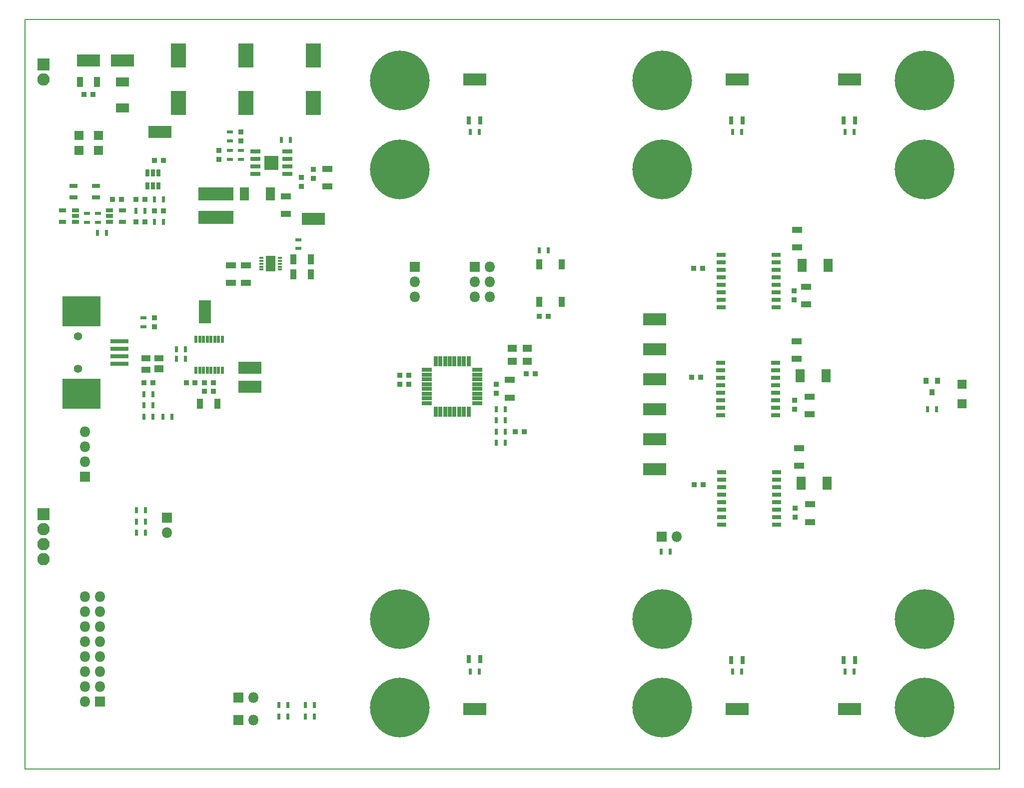
<source format=gbr>
G04 #@! TF.FileFunction,Soldermask,Top*
%FSLAX46Y46*%
G04 Gerber Fmt 4.6, Leading zero omitted, Abs format (unit mm)*
G04 Created by KiCad (PCBNEW 4.0.6) date 05/15/17 10:50:15*
%MOMM*%
%LPD*%
G01*
G04 APERTURE LIST*
%ADD10C,0.100000*%
%ADD11C,0.150000*%
%ADD12R,0.601600X1.001600*%
%ADD13R,1.801600X1.801600*%
%ADD14O,1.801600X1.801600*%
%ADD15R,3.901600X2.101600*%
%ADD16R,2.101600X3.901600*%
%ADD17R,1.601600X0.701600*%
%ADD18R,1.501140X2.301240*%
%ADD19R,2.301240X1.501140*%
%ADD20R,6.501600X5.101600*%
%ADD21C,1.401600*%
%ADD22R,3.101600X0.801600*%
%ADD23R,0.901600X0.851600*%
%ADD24R,0.851600X0.901600*%
%ADD25R,2.601600X4.101600*%
%ADD26R,1.701600X1.101600*%
%ADD27R,1.101600X1.701600*%
%ADD28R,1.001600X0.601600*%
%ADD29R,1.401600X0.801600*%
%ADD30R,0.801600X1.401600*%
%ADD31R,1.001600X1.801600*%
%ADD32R,1.101600X1.801600*%
%ADD33R,1.501600X1.101600*%
%ADD34R,1.501600X1.301600*%
%ADD35R,0.751600X1.161600*%
%ADD36R,1.276600X1.276600*%
%ADD37R,1.651600X0.701600*%
%ADD38R,1.161600X0.751600*%
%ADD39R,0.501600X1.301600*%
%ADD40R,0.651600X1.701600*%
%ADD41R,1.701600X0.651600*%
%ADD42R,2.100580X2.100580*%
%ADD43O,2.100580X2.100580*%
%ADD44C,10.101600*%
%ADD45R,1.601600X1.601600*%
%ADD46R,0.901600X1.001600*%
%ADD47R,5.901600X2.201600*%
%ADD48R,0.876600X1.341600*%
%ADD49R,0.751600X0.401600*%
G04 APERTURE END LIST*
D10*
D11*
X38100000Y-25400000D02*
X38100000Y-25400000D01*
X38100000Y-152400000D02*
X38100000Y-25400000D01*
X203200000Y-152400000D02*
X38100000Y-152400000D01*
X203200000Y-25400000D02*
X203200000Y-152400000D01*
X38100000Y-25400000D02*
X203200000Y-25400000D01*
D12*
X82664000Y-141605000D03*
X81164000Y-141605000D03*
D13*
X62135000Y-109855000D03*
D14*
X62135000Y-112395000D03*
D13*
X74294000Y-144145000D03*
D14*
X76834000Y-144145000D03*
D13*
X74294000Y-140335000D03*
D14*
X76834000Y-140335000D03*
D13*
X145955000Y-113030000D03*
D14*
X148495000Y-113030000D03*
D15*
X76200000Y-84431256D03*
D16*
X68580000Y-74930000D03*
D15*
X76200000Y-87630000D03*
X48895000Y-32385000D03*
X54610000Y-32385000D03*
X60960000Y-44450000D03*
X86995000Y-59182000D03*
X144780000Y-96520000D03*
X144780000Y-101600000D03*
X144780000Y-86360000D03*
X144780000Y-91440000D03*
X144780000Y-76200000D03*
X144780000Y-81280000D03*
X177800000Y-35560000D03*
X177800000Y-142240000D03*
X158750000Y-35560000D03*
X158750000Y-142240000D03*
X114300000Y-35560000D03*
X114300000Y-142240000D03*
D17*
X165458248Y-111005354D03*
X165458248Y-109735354D03*
X165458248Y-108465354D03*
X165458248Y-107195354D03*
X165458248Y-105925354D03*
X165458248Y-104655354D03*
X165458248Y-103385354D03*
X165458248Y-102115354D03*
X156158248Y-102115354D03*
X156158248Y-103385354D03*
X156158248Y-104655354D03*
X156158248Y-105925354D03*
X156158248Y-107195354D03*
X156158248Y-108465354D03*
X156158248Y-109735354D03*
X156158248Y-111005354D03*
X165296408Y-92504838D03*
X165296408Y-91234838D03*
X165296408Y-89964838D03*
X165296408Y-88694838D03*
X165296408Y-87424838D03*
X165296408Y-86154838D03*
X165296408Y-84884838D03*
X165296408Y-83614838D03*
X155996408Y-83614838D03*
X155996408Y-84884838D03*
X155996408Y-86154838D03*
X155996408Y-87424838D03*
X155996408Y-88694838D03*
X155996408Y-89964838D03*
X155996408Y-91234838D03*
X155996408Y-92504838D03*
X165363674Y-74223676D03*
X165363674Y-72953676D03*
X165363674Y-71683676D03*
X165363674Y-70413676D03*
X165363674Y-69143676D03*
X165363674Y-67873676D03*
X165363674Y-66603676D03*
X165363674Y-65333676D03*
X156063674Y-65333676D03*
X156063674Y-66603676D03*
X156063674Y-67873676D03*
X156063674Y-69143676D03*
X156063674Y-70413676D03*
X156063674Y-71683676D03*
X156063674Y-72953676D03*
X156063674Y-74223676D03*
D18*
X174007888Y-104020354D03*
X169608608Y-104020354D03*
X173846048Y-85773838D03*
X169446768Y-85773838D03*
X174167314Y-67111676D03*
X169768034Y-67111676D03*
X75270360Y-54991000D03*
X79669640Y-54991000D03*
D19*
X54610000Y-40426640D03*
X54610000Y-36027360D03*
D20*
X47680000Y-74865000D03*
D21*
X47100000Y-84615000D03*
X47100000Y-79115000D03*
D22*
X54100000Y-79990000D03*
X54100000Y-82490000D03*
X54100000Y-83740000D03*
X54100000Y-81240000D03*
D20*
X47680000Y-88865000D03*
D23*
X48145000Y-38100000D03*
X49645000Y-38100000D03*
D24*
X60056616Y-76012622D03*
X60056616Y-77512622D03*
D25*
X86995000Y-31560000D03*
X86995000Y-39560000D03*
X75565000Y-39560000D03*
X75565000Y-31560000D03*
X64135000Y-31560000D03*
X64135000Y-39560000D03*
D23*
X60080664Y-49276000D03*
X61580664Y-49276000D03*
D26*
X89333714Y-50718614D03*
X89333714Y-53718614D03*
D23*
X121170000Y-95250000D03*
X122670000Y-95250000D03*
D24*
X86995000Y-50833614D03*
X86995000Y-52333614D03*
D23*
X58405664Y-55938220D03*
X56905664Y-55938220D03*
X60080664Y-57843220D03*
X61580664Y-57843220D03*
X103112000Y-87249000D03*
X101612000Y-87249000D03*
X58405664Y-59748220D03*
X56905664Y-59748220D03*
D26*
X120269000Y-86511000D03*
X120269000Y-89511000D03*
D23*
X66942727Y-86948423D03*
X65442727Y-86948423D03*
D24*
X84963000Y-52209000D03*
X84963000Y-53709000D03*
X117983000Y-87261000D03*
X117983000Y-88761000D03*
D23*
X101612000Y-85725000D03*
X103112000Y-85725000D03*
X52930000Y-55885000D03*
X54430000Y-55885000D03*
D27*
X70759771Y-90508753D03*
X67759771Y-90508753D03*
D26*
X82348714Y-58396000D03*
X82348714Y-55396000D03*
D24*
X68497771Y-88464753D03*
X68497771Y-86964753D03*
X70021771Y-88464753D03*
X70021771Y-86964753D03*
X74728714Y-45983614D03*
X74728714Y-44483614D03*
D27*
X86590000Y-66040000D03*
X83590000Y-66040000D03*
X86590000Y-68580000D03*
X83590000Y-68580000D03*
D23*
X126734000Y-75692000D03*
X125234000Y-75692000D03*
D26*
X75565000Y-67080000D03*
X75565000Y-70080000D03*
X73025000Y-67080000D03*
X73025000Y-70080000D03*
D23*
X124575000Y-85471000D03*
X123075000Y-85471000D03*
X153000248Y-104274354D03*
X151500248Y-104274354D03*
X152572408Y-86027838D03*
X151072408Y-86027838D03*
X152905674Y-67619676D03*
X151405674Y-67619676D03*
D26*
X169268248Y-101075354D03*
X169268248Y-98075354D03*
X168852408Y-79955838D03*
X168852408Y-82955838D03*
X168919674Y-61039676D03*
X168919674Y-64039676D03*
X171173248Y-110600354D03*
X171173248Y-107600354D03*
X171011408Y-89353838D03*
X171011408Y-92353838D03*
X170443674Y-73691676D03*
X170443674Y-70691676D03*
D24*
X168633248Y-108235354D03*
X168633248Y-109735354D03*
X168471408Y-89988838D03*
X168471408Y-91488838D03*
X168411674Y-72941676D03*
X168411674Y-71441676D03*
X70993000Y-47637000D03*
X70993000Y-49137000D03*
D23*
X58305000Y-86995000D03*
X59805000Y-86995000D03*
D13*
X48260000Y-102870000D03*
D14*
X48260000Y-100330000D03*
X48260000Y-97790000D03*
X48260000Y-95250000D03*
X104140000Y-72390000D03*
X104140000Y-69850000D03*
D13*
X104140000Y-67310000D03*
D28*
X58151616Y-77500622D03*
X58151616Y-76000622D03*
D12*
X58535000Y-112395000D03*
X57035000Y-112395000D03*
X57035000Y-110490000D03*
X58535000Y-110490000D03*
X57035000Y-108585000D03*
X58535000Y-108585000D03*
X82664000Y-143510000D03*
X81164000Y-143510000D03*
X59805000Y-88900000D03*
X58305000Y-88900000D03*
X58305000Y-90805000D03*
X59805000Y-90805000D03*
X58305000Y-92710000D03*
X59805000Y-92710000D03*
X87109000Y-141605000D03*
X85609000Y-141605000D03*
X85609000Y-143510000D03*
X87109000Y-143510000D03*
X119495000Y-93345000D03*
X117995000Y-93345000D03*
X117995000Y-97155000D03*
X119495000Y-97155000D03*
X117995000Y-95250000D03*
X119495000Y-95250000D03*
X119495000Y-91440000D03*
X117995000Y-91440000D03*
X60080664Y-55938220D03*
X61580664Y-55938220D03*
X81598714Y-45868614D03*
X83098714Y-45868614D03*
X60080664Y-59748220D03*
X61580664Y-59748220D03*
X56905664Y-57843220D03*
X58405664Y-57843220D03*
X63766000Y-81280000D03*
X65266000Y-81280000D03*
X65266000Y-82931000D03*
X63766000Y-82931000D03*
X50390000Y-61600000D03*
X51890000Y-61600000D03*
D28*
X48600000Y-59810000D03*
X48600000Y-58310000D03*
X50505000Y-58310000D03*
X50505000Y-59810000D03*
X72823714Y-49158614D03*
X72823714Y-47658614D03*
X74728714Y-49158614D03*
X74728714Y-47658614D03*
X72823714Y-45983614D03*
X72823714Y-44483614D03*
D12*
X61480000Y-92710000D03*
X62980000Y-92710000D03*
D29*
X50165000Y-55560000D03*
X50165000Y-53660000D03*
X46355000Y-53660000D03*
X46355000Y-55560000D03*
D12*
X125234000Y-64516000D03*
X126734000Y-64516000D03*
X147435000Y-115570000D03*
X145935000Y-115570000D03*
D30*
X176850000Y-42545000D03*
X178750000Y-42545000D03*
X178750000Y-133985000D03*
X176850000Y-133985000D03*
X157800000Y-42545000D03*
X159700000Y-42545000D03*
X159700000Y-133985000D03*
X157800000Y-133985000D03*
X115250000Y-42545000D03*
X113350000Y-42545000D03*
X113350000Y-133841256D03*
X115250000Y-133841256D03*
D12*
X177050000Y-135890000D03*
X178550000Y-135890000D03*
X158000000Y-44450000D03*
X159500000Y-44450000D03*
X158000000Y-135890000D03*
X159500000Y-135890000D03*
X115050000Y-44450000D03*
X113550000Y-44450000D03*
X113550000Y-135890000D03*
X115050000Y-135890000D03*
D31*
X47445000Y-36015000D03*
X50345000Y-36015000D03*
D28*
X84455000Y-62750000D03*
X84455000Y-64250000D03*
D32*
X125247400Y-73254000D03*
X125247400Y-66954000D03*
X129047400Y-73254000D03*
X129047400Y-66954000D03*
D33*
X58590000Y-84770000D03*
X58590000Y-82870000D03*
X60790000Y-82870000D03*
D34*
X60790000Y-84590000D03*
D35*
X59814664Y-53635000D03*
X60764664Y-53635000D03*
X58864664Y-53635000D03*
X58864664Y-51435000D03*
X59814664Y-51435000D03*
X60764664Y-51435000D03*
D36*
X80443714Y-50313614D03*
X80443714Y-49138614D03*
X79268714Y-50313614D03*
X79268714Y-49138614D03*
D37*
X77156214Y-51631114D03*
X77156214Y-50361114D03*
X77156214Y-49091114D03*
X77156214Y-47821114D03*
X82556214Y-47821114D03*
X82556214Y-49091114D03*
X82556214Y-50361114D03*
X82556214Y-51631114D03*
D38*
X54610000Y-57790000D03*
X54610000Y-59690000D03*
X52410000Y-59690000D03*
X52410000Y-58740000D03*
X52410000Y-57790000D03*
D39*
X71527590Y-84853380D03*
X70892590Y-84853380D03*
X70257590Y-84853380D03*
X69622590Y-84853380D03*
X68987590Y-84853380D03*
X68352590Y-84853380D03*
X67717590Y-84853380D03*
X67082590Y-84853380D03*
X67082590Y-79653380D03*
X67717590Y-79653380D03*
X68352590Y-79653380D03*
X68987590Y-79653380D03*
X69622590Y-79653380D03*
X70257590Y-79653380D03*
X70892590Y-79653380D03*
X71527590Y-79653380D03*
D40*
X113290000Y-91880000D03*
X112490000Y-91880000D03*
X111690000Y-91880000D03*
X110890000Y-91880000D03*
X110090000Y-91880000D03*
X109290000Y-91880000D03*
X108490000Y-91880000D03*
X107690000Y-91880000D03*
D41*
X106240000Y-90430000D03*
X106240000Y-89630000D03*
X106240000Y-88830000D03*
X106240000Y-88030000D03*
X106240000Y-87230000D03*
X106240000Y-86430000D03*
X106240000Y-85630000D03*
X106240000Y-84830000D03*
D40*
X107690000Y-83380000D03*
X108490000Y-83380000D03*
X109290000Y-83380000D03*
X110090000Y-83380000D03*
X110890000Y-83380000D03*
X111690000Y-83380000D03*
X112490000Y-83380000D03*
X113290000Y-83380000D03*
D41*
X114740000Y-84830000D03*
X114740000Y-85630000D03*
X114740000Y-86430000D03*
X114740000Y-87230000D03*
X114740000Y-88030000D03*
X114740000Y-88830000D03*
X114740000Y-89630000D03*
X114740000Y-90430000D03*
D38*
X46650000Y-59690000D03*
X46650000Y-58740000D03*
X46650000Y-57790000D03*
X44450000Y-57790000D03*
X44450000Y-59690000D03*
D34*
X123190000Y-83353000D03*
X120650000Y-83353000D03*
X120650000Y-81153000D03*
X123190000Y-81153000D03*
D42*
X41275000Y-33020000D03*
D43*
X41275000Y-35560000D03*
X41275000Y-114300000D03*
X41275000Y-111760000D03*
D42*
X41275000Y-109220000D03*
D43*
X41275000Y-116840000D03*
D44*
X190500000Y-50800000D03*
X190500000Y-35788600D03*
X190500000Y-127000000D03*
X190500000Y-142011400D03*
X146050000Y-35788600D03*
X146050000Y-50800000D03*
X146050000Y-142011400D03*
X146050000Y-127000000D03*
X101600000Y-35788600D03*
X101600000Y-50800000D03*
X101600000Y-142011400D03*
X101600000Y-127000000D03*
D14*
X48260000Y-123190000D03*
X50800000Y-123190000D03*
X48260000Y-125730000D03*
X50800000Y-125730000D03*
X48260000Y-128270000D03*
X50800000Y-128270000D03*
X48260000Y-130810000D03*
X50800000Y-130810000D03*
X48260000Y-133350000D03*
X50800000Y-133350000D03*
X48260000Y-135890000D03*
X50800000Y-135890000D03*
X48260000Y-138430000D03*
X50800000Y-138430000D03*
X48260000Y-140970000D03*
D13*
X50800000Y-140970000D03*
D14*
X116840000Y-72390000D03*
X114300000Y-72390000D03*
X116840000Y-69850000D03*
X114300000Y-69850000D03*
X116840000Y-67310000D03*
D13*
X114300000Y-67310000D03*
D45*
X50545000Y-47625000D03*
X47245000Y-47625000D03*
X196850000Y-87250000D03*
X196850000Y-90550000D03*
X50545000Y-45085000D03*
X47245000Y-45085000D03*
D46*
X191770000Y-88630000D03*
X190820000Y-86630000D03*
X192720000Y-86630000D03*
D12*
X192520000Y-91440000D03*
X191020000Y-91440000D03*
D47*
X70485000Y-54991000D03*
X70485000Y-58991000D03*
D48*
X80117500Y-67425000D03*
X80117500Y-66185000D03*
X79342500Y-67425000D03*
X79342500Y-66185000D03*
D49*
X78180000Y-67805000D03*
X78180000Y-67305000D03*
X78180000Y-66805000D03*
X78180000Y-66305000D03*
X78180000Y-65805000D03*
X81280000Y-65805000D03*
X81280000Y-66305000D03*
X81280000Y-66805000D03*
X81280000Y-67305000D03*
X81280000Y-67805000D03*
D12*
X178550000Y-44450000D03*
X177050000Y-44450000D03*
M02*

</source>
